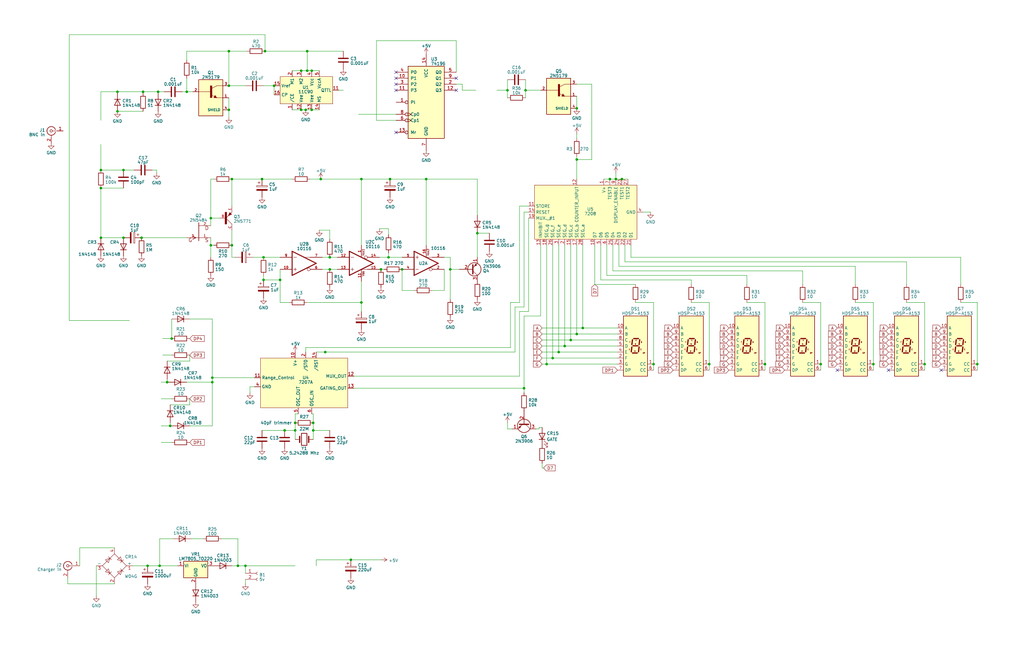
<source format=kicad_sch>
(kicad_sch (version 20230121) (generator eeschema)
  (paper "B")
  (junction (at 129.54 21.59))
  (junction (at 129.54 29.845))
  (junction (at 235.585 148.59))
  (junction (at 97.79 103.505))
  (junction (at 257.175 75.565))
  (junction (at 110.49 75.565))
  (junction (at 127 29.845))
  (junction (at 132.08 181.61))
  (junction (at 262.255 75.565))
  (junction (at 132.08 178.435))
  (junction (at 221.615 38.1))
  (junction (at 152.4 75.565))
  (junction (at 124.46 181.61))
  (junction (at 66.675 38.735))
  (junction (at 115.57 36.195))
  (junction (at 275.59 153.67))
  (junction (at 96.52 36.195))
  (junction (at 238.125 146.05))
  (junction (at 42.545 100.33))
  (junction (at 49.53 46.99))
  (junction (at 299.085 153.67))
  (junction (at 220.98 163.83))
  (junction (at 97.79 75.565))
  (junction (at 52.07 71.755))
  (junction (at 42.545 71.755))
  (junction (at 201.295 98.425))
  (junction (at 111.125 118.11))
  (junction (at 243.205 140.97))
  (junction (at 131.445 46.355))
  (junction (at 213.995 38.1))
  (junction (at 259.715 75.565))
  (junction (at 78.74 38.735))
  (junction (at 240.665 143.51))
  (junction (at 135.255 75.565))
  (junction (at 164.465 75.565))
  (junction (at 67.31 238.76))
  (junction (at 128.905 46.355))
  (junction (at 111.125 108.585))
  (junction (at 230.505 153.67))
  (junction (at 96.52 46.355))
  (junction (at 120.015 181.61))
  (junction (at 243.205 67.31))
  (junction (at 124.46 178.435))
  (junction (at 139.065 108.585))
  (junction (at 100.33 238.76))
  (junction (at 127 46.355))
  (junction (at 152.4 127.635))
  (junction (at 131.445 29.845))
  (junction (at 169.545 113.665))
  (junction (at 346.075 153.67))
  (junction (at 233.045 151.13))
  (junction (at 60.325 38.735))
  (junction (at 72.39 142.875))
  (junction (at 103.505 238.76))
  (junction (at 147.955 236.22))
  (junction (at 88.9 103.505))
  (junction (at 71.755 179.705))
  (junction (at 139.065 113.665))
  (junction (at 111.76 21.59))
  (junction (at 137.16 148.59))
  (junction (at 118.11 118.11))
  (junction (at 89.535 161.29))
  (junction (at 189.865 113.665))
  (junction (at 52.07 100.33))
  (junction (at 368.3 153.67))
  (junction (at 62.23 238.76))
  (junction (at 322.58 153.67))
  (junction (at 89.535 159.385))
  (junction (at 163.83 108.585))
  (junction (at 70.485 161.29))
  (junction (at 88.9 92.075))
  (junction (at 412.115 153.67))
  (junction (at 245.745 138.43))
  (junction (at 389.89 153.67))
  (junction (at 42.545 79.375))
  (junction (at 179.705 75.565))
  (junction (at 160.655 113.665))
  (junction (at 96.52 21.59))
  (junction (at 59.69 100.33))
  (junction (at 49.53 38.735))
  (junction (at 243.205 45.72))
  (no_connect (at 396.875 156.21))
  (no_connect (at 167.005 30.48))
  (no_connect (at 167.005 33.02))
  (no_connect (at 374.65 156.21))
  (no_connect (at 167.005 38.1))
  (no_connect (at 192.405 33.02))
  (no_connect (at 353.06 156.21))
  (no_connect (at 192.405 38.1))
  (no_connect (at 167.005 35.56))
  (no_connect (at 167.005 55.88))
  (wire (pts (xy 139.065 97.155) (xy 139.065 100.965)))
  (wire (pts (xy 222.885 92.075) (xy 222.885 131.445)))
  (wire (pts (xy 105.41 165.735) (xy 105.41 163.195)))
  (wire (pts (xy 71.755 170.815) (xy 80.01 170.815)))
  (wire (pts (xy 128.905 146.685) (xy 215.265 146.685)))
  (wire (pts (xy 71.755 179.705) (xy 71.755 178.435)))
  (wire (pts (xy 219.075 86.995) (xy 219.075 127.635)))
  (wire (pts (xy 130.81 75.565) (xy 135.255 75.565)))
  (wire (pts (xy 160.655 113.665) (xy 161.925 113.665)))
  (wire (pts (xy 215.265 127.635) (xy 215.265 146.685)))
  (wire (pts (xy 127 29.845) (xy 129.54 29.845)))
  (wire (pts (xy 412.115 153.67) (xy 412.115 156.21)))
  (wire (pts (xy 291.465 118.11) (xy 291.465 120.015)))
  (wire (pts (xy 97.79 108.585) (xy 97.79 103.505)))
  (wire (pts (xy 66.675 38.735) (xy 66.675 39.37)))
  (wire (pts (xy 412.115 127.635) (xy 412.115 153.67)))
  (wire (pts (xy 275.59 127.635) (xy 275.59 153.67)))
  (wire (pts (xy 243.205 66.04) (xy 243.205 67.31)))
  (wire (pts (xy 152.4 131.445) (xy 152.4 127.635)))
  (wire (pts (xy 360.68 112.395) (xy 360.68 120.015)))
  (wire (pts (xy 228.6 148.59) (xy 235.585 148.59)))
  (wire (pts (xy 227.33 180.34) (xy 228.6 180.34)))
  (wire (pts (xy 60.325 38.735) (xy 60.325 39.37)))
  (wire (pts (xy 152.4 75.565) (xy 152.4 103.505)))
  (wire (pts (xy 100.33 238.76) (xy 97.79 238.76)))
  (wire (pts (xy 40.64 238.76) (xy 40.64 251.46)))
  (wire (pts (xy 106.68 108.585) (xy 111.125 108.585)))
  (wire (pts (xy 89.535 134.62) (xy 80.01 134.62)))
  (wire (pts (xy 220.98 133.35) (xy 220.98 163.83)))
  (wire (pts (xy 118.11 127.635) (xy 121.92 127.635)))
  (wire (pts (xy 230.505 153.67) (xy 260.35 153.67)))
  (wire (pts (xy 194.945 35.56) (xy 194.945 38.1)))
  (wire (pts (xy 243.205 67.31) (xy 243.205 75.565)))
  (wire (pts (xy 243.205 40.64) (xy 243.205 45.72)))
  (wire (pts (xy 227.965 103.505) (xy 227.965 133.35)))
  (wire (pts (xy 243.205 67.31) (xy 249.555 67.31)))
  (wire (pts (xy 42.545 71.755) (xy 52.07 71.755)))
  (wire (pts (xy 105.41 163.195) (xy 107.315 163.195)))
  (wire (pts (xy 104.14 21.59) (xy 96.52 21.59)))
  (wire (pts (xy 389.89 153.67) (xy 389.89 156.21)))
  (wire (pts (xy 368.3 153.67) (xy 368.3 127.635)))
  (wire (pts (xy 160.02 108.585) (xy 163.83 108.585)))
  (wire (pts (xy 227.33 180.975) (xy 226.06 180.975)))
  (wire (pts (xy 189.865 126.365) (xy 189.865 113.665)))
  (wire (pts (xy 96.52 46.355) (xy 96.52 49.53)))
  (wire (pts (xy 275.59 153.67) (xy 275.59 156.21)))
  (wire (pts (xy 228.6 138.43) (xy 245.745 138.43)))
  (wire (pts (xy 219.075 127.635) (xy 215.265 127.635)))
  (wire (pts (xy 220.98 163.83) (xy 220.98 165.735)))
  (wire (pts (xy 49.53 38.735) (xy 42.545 38.735)))
  (wire (pts (xy 129.54 29.845) (xy 129.54 21.59)))
  (wire (pts (xy 67.945 168.275) (xy 72.39 168.275)))
  (wire (pts (xy 48.26 246.38) (xy 28.575 246.38)))
  (wire (pts (xy 129.54 127.635) (xy 152.4 127.635)))
  (wire (pts (xy 78.74 38.735) (xy 81.28 38.735)))
  (wire (pts (xy 133.35 236.22) (xy 133.35 238.76)))
  (wire (pts (xy 243.205 140.97) (xy 260.35 140.97)))
  (wire (pts (xy 322.58 127.635) (xy 314.96 127.635)))
  (wire (pts (xy 238.125 146.05) (xy 260.35 146.05)))
  (wire (pts (xy 123.19 75.565) (xy 110.49 75.565)))
  (wire (pts (xy 189.865 113.665) (xy 189.865 108.585)))
  (wire (pts (xy 111.125 108.585) (xy 118.11 108.585)))
  (wire (pts (xy 132.08 181.61) (xy 132.08 185.42)))
  (wire (pts (xy 103.505 238.76) (xy 100.33 238.76)))
  (wire (pts (xy 33.655 231.14) (xy 48.26 231.14)))
  (wire (pts (xy 201.295 98.425) (xy 206.375 98.425)))
  (wire (pts (xy 137.16 148.59) (xy 217.17 148.59)))
  (wire (pts (xy 152.4 127.635) (xy 152.4 118.745)))
  (wire (pts (xy 78.74 21.59) (xy 78.74 25.4)))
  (wire (pts (xy 42.545 38.735) (xy 42.545 50.8)))
  (wire (pts (xy 29.21 135.255) (xy 54.61 135.255)))
  (wire (pts (xy 135.89 113.665) (xy 139.065 113.665)))
  (wire (pts (xy 52.07 71.755) (xy 56.515 71.755)))
  (wire (pts (xy 88.9 75.565) (xy 90.17 75.565)))
  (wire (pts (xy 132.08 181.61) (xy 139.065 181.61)))
  (wire (pts (xy 110.49 181.61) (xy 120.015 181.61)))
  (wire (pts (xy 213.995 38.1) (xy 213.995 41.275)))
  (wire (pts (xy 96.52 41.275) (xy 96.52 46.355)))
  (wire (pts (xy 192.405 17.145) (xy 158.75 17.145)))
  (wire (pts (xy 228.6 143.51) (xy 240.665 143.51)))
  (wire (pts (xy 405.13 127.635) (xy 412.115 127.635)))
  (wire (pts (xy 135.89 108.585) (xy 139.065 108.585)))
  (wire (pts (xy 314.96 116.205) (xy 314.96 120.015)))
  (wire (pts (xy 120.015 181.61) (xy 124.46 181.61)))
  (wire (pts (xy 71.755 179.705) (xy 72.39 179.705)))
  (wire (pts (xy 96.52 21.59) (xy 78.74 21.59)))
  (wire (pts (xy 338.455 127.635) (xy 346.075 127.635)))
  (wire (pts (xy 67.31 238.76) (xy 67.31 227.33)))
  (wire (pts (xy 97.79 75.565) (xy 97.79 86.995)))
  (wire (pts (xy 258.445 103.505) (xy 258.445 114.3)))
  (wire (pts (xy 389.89 127.635) (xy 389.89 153.67)))
  (wire (pts (xy 228.6 197.485) (xy 228.6 195.58)))
  (wire (pts (xy 149.225 158.75) (xy 219.075 158.75)))
  (wire (pts (xy 255.905 103.505) (xy 255.905 116.205)))
  (wire (pts (xy 163.83 96.52) (xy 160.02 96.52)))
  (wire (pts (xy 88.9 100.33) (xy 88.9 103.505)))
  (wire (pts (xy 322.58 153.67) (xy 322.58 127.635)))
  (wire (pts (xy 66.04 73.025) (xy 66.04 71.755)))
  (wire (pts (xy 169.545 122.555) (xy 174.625 122.555)))
  (wire (pts (xy 89.535 159.385) (xy 107.315 159.385)))
  (wire (pts (xy 201.295 90.805) (xy 201.295 75.565)))
  (wire (pts (xy 267.97 127.635) (xy 275.59 127.635)))
  (wire (pts (xy 42.545 79.375) (xy 52.07 79.375)))
  (wire (pts (xy 28.575 246.38) (xy 28.575 243.84)))
  (wire (pts (xy 97.79 97.155) (xy 97.79 103.505)))
  (wire (pts (xy 217.17 129.54) (xy 217.17 148.59)))
  (wire (pts (xy 96.52 21.59) (xy 96.52 36.195)))
  (wire (pts (xy 76.835 38.735) (xy 78.74 38.735)))
  (wire (pts (xy 228.6 146.05) (xy 238.125 146.05)))
  (wire (pts (xy 49.53 46.99) (xy 60.325 46.99)))
  (wire (pts (xy 42.545 100.33) (xy 52.07 100.33)))
  (wire (pts (xy 219.075 131.445) (xy 219.075 158.75)))
  (wire (pts (xy 139.065 113.665) (xy 142.24 113.665)))
  (wire (pts (xy 368.3 127.635) (xy 360.68 127.635)))
  (wire (pts (xy 221.615 38.1) (xy 221.615 41.275)))
  (wire (pts (xy 262.255 75.565) (xy 264.795 75.565)))
  (wire (pts (xy 257.175 75.565) (xy 259.715 75.565)))
  (wire (pts (xy 89.535 179.705) (xy 89.535 161.29)))
  (wire (pts (xy 222.885 86.995) (xy 219.075 86.995)))
  (wire (pts (xy 299.085 153.67) (xy 299.085 156.21)))
  (wire (pts (xy 80.01 149.86) (xy 80.01 152.4)))
  (wire (pts (xy 88.9 92.075) (xy 92.71 92.075)))
  (wire (pts (xy 259.715 73.025) (xy 259.715 75.565)))
  (wire (pts (xy 228.6 140.97) (xy 243.205 140.97)))
  (wire (pts (xy 139.065 108.585) (xy 142.24 108.585)))
  (wire (pts (xy 64.135 71.755) (xy 66.04 71.755)))
  (wire (pts (xy 192.405 35.56) (xy 194.945 35.56)))
  (wire (pts (xy 33.655 238.76) (xy 33.655 231.14)))
  (wire (pts (xy 201.295 108.585) (xy 201.295 98.425)))
  (wire (pts (xy 96.52 36.195) (xy 103.505 36.195)))
  (wire (pts (xy 70.485 161.29) (xy 71.12 161.29)))
  (wire (pts (xy 220.98 129.54) (xy 217.17 129.54)))
  (wire (pts (xy 67.945 186.69) (xy 72.39 186.69)))
  (wire (pts (xy 346.075 127.635) (xy 346.075 153.67)))
  (wire (pts (xy 111.76 21.59) (xy 129.54 21.59)))
  (wire (pts (xy 67.945 179.705) (xy 71.755 179.705)))
  (wire (pts (xy 103.505 238.76) (xy 124.46 238.76)))
  (wire (pts (xy 70.485 152.4) (xy 80.01 152.4)))
  (wire (pts (xy 238.125 103.505) (xy 238.125 146.05)))
  (wire (pts (xy 99.06 108.585) (xy 97.79 108.585)))
  (wire (pts (xy 249.555 35.56) (xy 243.205 35.56)))
  (wire (pts (xy 135.255 75.565) (xy 152.4 75.565)))
  (wire (pts (xy 151.13 48.26) (xy 167.005 48.26)))
  (wire (pts (xy 169.545 113.665) (xy 169.545 122.555)))
  (wire (pts (xy 67.31 227.33) (xy 73.025 227.33)))
  (wire (pts (xy 80.01 170.815) (xy 80.01 168.275)))
  (wire (pts (xy 80.01 179.705) (xy 89.535 179.705)))
  (wire (pts (xy 240.665 143.51) (xy 260.35 143.51)))
  (wire (pts (xy 221.615 38.1) (xy 227.965 38.1)))
  (wire (pts (xy 346.075 153.67) (xy 346.075 156.21)))
  (wire (pts (xy 49.53 38.735) (xy 60.325 38.735)))
  (wire (pts (xy 259.715 75.565) (xy 262.255 75.565)))
  (wire (pts (xy 115.57 36.195) (xy 115.57 40.005)))
  (wire (pts (xy 129.54 21.59) (xy 144.78 21.59)))
  (wire (pts (xy 299.085 127.635) (xy 291.465 127.635)))
  (wire (pts (xy 93.345 227.33) (xy 100.33 227.33)))
  (wire (pts (xy 134.62 97.155) (xy 139.065 97.155)))
  (wire (pts (xy 253.365 118.11) (xy 291.465 118.11)))
  (wire (pts (xy 158.75 17.145) (xy 158.75 50.8)))
  (wire (pts (xy 163.83 106.68) (xy 163.83 108.585)))
  (wire (pts (xy 147.955 236.22) (xy 133.35 236.22)))
  (wire (pts (xy 78.74 161.29) (xy 89.535 161.29)))
  (wire (pts (xy 229.235 197.485) (xy 228.6 197.485)))
  (wire (pts (xy 227.33 180.34) (xy 227.33 180.975)))
  (wire (pts (xy 100.33 227.33) (xy 100.33 238.76)))
  (wire (pts (xy 233.045 103.505) (xy 233.045 151.13)))
  (wire (pts (xy 258.445 114.3) (xy 338.455 114.3)))
  (wire (pts (xy 179.705 75.565) (xy 201.295 75.565)))
  (wire (pts (xy 163.83 108.585) (xy 169.545 108.585)))
  (wire (pts (xy 163.83 99.06) (xy 163.83 96.52)))
  (wire (pts (xy 127 46.355) (xy 128.905 46.355)))
  (wire (pts (xy 209.55 38.1) (xy 213.995 38.1)))
  (wire (pts (xy 129.54 29.845) (xy 131.445 29.845)))
  (wire (pts (xy 78.74 33.02) (xy 78.74 38.735)))
  (wire (pts (xy 250.825 103.505) (xy 250.825 120.015)))
  (wire (pts (xy 123.19 29.845) (xy 127 29.845)))
  (wire (pts (xy 49.53 39.37) (xy 49.53 38.735)))
  (wire (pts (xy 271.145 89.535) (xy 274.32 89.535)))
  (wire (pts (xy 103.505 241.935) (xy 103.505 238.76)))
  (wire (pts (xy 322.58 153.67) (xy 322.58 156.21)))
  (wire (pts (xy 131.445 29.845) (xy 134.62 29.845)))
  (wire (pts (xy 70.485 160.02) (xy 70.485 161.29)))
  (wire (pts (xy 111.125 116.205) (xy 111.125 118.11)))
  (wire (pts (xy 42.545 60.96) (xy 42.545 71.755)))
  (wire (pts (xy 133.35 148.59) (xy 137.16 148.59)))
  (wire (pts (xy 179.705 103.505) (xy 179.705 75.565)))
  (wire (pts (xy 123.19 46.355) (xy 127 46.355)))
  (wire (pts (xy 142.875 38.1) (xy 144.78 38.1)))
  (wire (pts (xy 253.365 103.505) (xy 253.365 118.11)))
  (wire (pts (xy 132.08 178.435) (xy 132.08 181.61)))
  (wire (pts (xy 118.11 118.11) (xy 118.11 127.635)))
  (wire (pts (xy 111.125 36.195) (xy 115.57 36.195)))
  (wire (pts (xy 233.045 151.13) (xy 260.35 151.13)))
  (wire (pts (xy 128.905 146.685) (xy 128.905 148.59)))
  (wire (pts (xy 228.6 151.13) (xy 233.045 151.13)))
  (wire (pts (xy 266.065 103.505) (xy 266.065 108.585)))
  (wire (pts (xy 88.9 92.075) (xy 88.9 95.25)))
  (wire (pts (xy 228.6 153.67) (xy 230.505 153.67)))
  (wire (pts (xy 260.985 112.395) (xy 360.68 112.395)))
  (wire (pts (xy 111.76 14.605) (xy 111.76 21.59)))
  (wire (pts (xy 299.085 153.67) (xy 299.085 127.635)))
  (wire (pts (xy 368.3 153.67) (xy 368.3 156.21)))
  (wire (pts (xy 89.535 159.385) (xy 89.535 134.62)))
  (wire (pts (xy 187.325 113.665) (xy 187.325 122.555)))
  (wire (pts (xy 131.445 46.355) (xy 134.62 46.355)))
  (wire (pts (xy 164.465 75.565) (xy 179.705 75.565)))
  (wire (pts (xy 235.585 103.505) (xy 235.585 148.59)))
  (wire (pts (xy 213.995 33.655) (xy 213.995 38.1)))
  (wire (pts (xy 72.39 134.62) (xy 72.39 142.875)))
  (wire (pts (xy 243.205 103.505) (xy 243.205 140.97)))
  (wire (pts (xy 67.31 238.76) (xy 62.23 238.76)))
  (wire (pts (xy 66.675 38.735) (xy 69.215 38.735)))
  (wire (pts (xy 60.325 38.735) (xy 66.675 38.735)))
  (wire (pts (xy 149.225 163.83) (xy 220.98 163.83)))
  (wire (pts (xy 255.905 116.205) (xy 314.96 116.205)))
  (wire (pts (xy 192.405 30.48) (xy 192.405 17.145)))
  (wire (pts (xy 187.325 122.555) (xy 182.245 122.555)))
  (wire (pts (xy 250.825 120.015) (xy 267.97 120.015)))
  (wire (pts (xy 42.545 79.375) (xy 42.545 100.33)))
  (wire (pts (xy 118.11 113.665) (xy 118.11 118.11)))
  (wire (pts (xy 124.46 181.61) (xy 124.46 185.42)))
  (wire (pts (xy 189.865 108.585) (xy 187.325 108.585)))
  (wire (pts (xy 68.58 142.875) (xy 72.39 142.875)))
  (wire (pts (xy 88.9 75.565) (xy 88.9 92.075)))
  (wire (pts (xy 68.58 149.86) (xy 72.39 149.86)))
  (wire (pts (xy 189.865 113.665) (xy 193.675 113.665)))
  (wire (pts (xy 194.945 38.1) (xy 200.66 38.1)))
  (wire (pts (xy 128.905 46.355) (xy 131.445 46.355)))
  (wire (pts (xy 263.525 103.505) (xy 263.525 110.49)))
  (wire (pts (xy 227.965 133.35) (xy 220.98 133.35)))
  (wire (pts (xy 158.75 50.8) (xy 167.005 50.8)))
  (wire (pts (xy 260.985 103.505) (xy 260.985 112.395)))
  (wire (pts (xy 80.645 227.33) (xy 85.725 227.33)))
  (wire (pts (xy 263.525 110.49) (xy 382.27 110.49)))
  (wire (pts (xy 89.535 161.29) (xy 89.535 159.385)))
  (wire (pts (xy 131.445 174.625) (xy 132.08 174.625)))
  (wire (pts (xy 249.555 35.56) (xy 249.555 67.31)))
  (wire (pts (xy 74.93 238.76) (xy 67.31 238.76)))
  (wire (pts (xy 62.23 238.76) (xy 55.88 238.76)))
  (wire (pts (xy 29.21 14.605) (xy 111.76 14.605)))
  (wire (pts (xy 235.585 148.59) (xy 260.35 148.59)))
  (wire (pts (xy 230.505 103.505) (xy 230.505 153.67)))
  (wire (pts (xy 103.505 244.475) (xy 103.505 246.38)))
  (wire (pts (xy 110.49 75.565) (xy 97.79 75.565)))
  (wire (pts (xy 220.98 89.535) (xy 220.98 129.54)))
  (wire (pts (xy 221.615 33.655) (xy 221.615 38.1)))
  (wire (pts (xy 59.69 100.33) (xy 78.74 100.33)))
  (wire (pts (xy 240.665 103.505) (xy 240.665 143.51)))
  (wire (pts (xy 405.13 108.585) (xy 405.13 120.015)))
  (wire (pts (xy 382.27 110.49) (xy 382.27 120.015)))
  (wire (pts (xy 67.945 161.29) (xy 70.485 161.29)))
  (wire (pts (xy 222.885 131.445) (xy 219.075 131.445)))
  (wire (pts (xy 254.635 75.565) (xy 257.175 75.565)))
  (wire (pts (xy 111.125 118.11) (xy 118.11 118.11)))
  (wire (pts (xy 88.9 103.505) (xy 90.17 103.505)))
  (wire (pts (xy 147.955 236.22) (xy 160.655 236.22)))
  (wire (pts (xy 152.4 75.565) (xy 164.465 75.565)))
  (wire (pts (xy 125.73 174.625) (xy 124.46 174.625)))
  (wire (pts (xy 245.745 138.43) (xy 260.35 138.43)))
  (wire (pts (xy 213.995 178.435) (xy 213.995 180.975)))
  (wire (pts (xy 266.065 108.585) (xy 405.13 108.585)))
  (wire (pts (xy 338.455 114.3) (xy 338.455 120.015)))
  (wire (pts (xy 160.02 113.665) (xy 160.655 113.665)))
  (wire (pts (xy 29.21 14.605) (xy 29.21 135.255)))
  (wire (pts (xy 382.27 127.635) (xy 389.89 127.635)))
  (wire (pts (xy 132.08 174.625) (xy 132.08 178.435)))
  (wire (pts (xy 245.745 103.505) (xy 245.745 138.43)))
  (wire (pts (xy 222.885 89.535) (xy 220.98 89.535)))
  (wire (pts (xy 124.46 174.625) (xy 124.46 178.435)))
  (wire (pts (xy 243.205 56.515) (xy 243.205 58.42)))
  (wire (pts (xy 213.995 180.975) (xy 215.9 180.975)))
  (wire (pts (xy 88.9 103.505) (xy 88.9 108.585)))
  (wire (pts (xy 124.46 178.435) (xy 124.46 181.61)))
  (global_label "C" (shape input) (at 228.6 143.51 180) (property "Intersheetrefs" "${INTERSHEET_REFS}" (effects hide)))
  (global_label "D7" (shape input) (at 229.235 197.485 0) (property "Intersheetrefs" "${INTERSHEET_REFS}" (effects hide)))
  (global_label "D" (shape input) (at 396.875 146.05 180) (property "Intersheetrefs" "${INTERSHEET_REFS}" (effects hide)))
  (global_label "D" (shape input) (at 307.34 146.05 180) (property "Intersheetrefs" "${INTERSHEET_REFS}" (effects hide)))
  (global_label "F" (shape input) (at 307.34 151.13 180) (property "Intersheetrefs" "${INTERSHEET_REFS}" (effects hide)))
  (global_label "E" (shape input) (at 330.835 148.59 180) (property "Intersheetrefs" "${INTERSHEET_REFS}" (effects hide)))
  (global_label "C" (shape input) (at 396.875 143.51 180) (property "Intersheetrefs" "${INTERSHEET_REFS}" (effects hide)))
  (global_label "E" (shape input) (at 396.875 148.59 180) (property "Intersheetrefs" "${INTERSHEET_REFS}" (effects hide)))
  (global_label "A" (shape input) (at 307.34 138.43 180) (property "Intersheetrefs" "${INTERSHEET_REFS}" (effects hide)))
  (global_label "A" (shape input) (at 330.835 138.43 180) (property "Intersheetrefs" "${INTERSHEET_REFS}" (effects hide)))
  (global_label "F" (shape input) (at 228.6 151.13 180) (property "Intersheetrefs" "${INTERSHEET_REFS}" (effects hide)))
  (global_label "B" (shape input) (at 353.06 140.97 180) (property "Intersheetrefs" "${INTERSHEET_REFS}" (effects hide)))
  (global_label "C" (shape input) (at 307.34 143.51 180) (property "Intersheetrefs" "${INTERSHEET_REFS}" (effects hide)))
  (global_label "A" (shape input) (at 374.65 138.43 180) (property "Intersheetrefs" "${INTERSHEET_REFS}" (effects hide)))
  (global_label "D" (shape input) (at 283.845 146.05 180) (property "Intersheetrefs" "${INTERSHEET_REFS}" (effects hide)))
  (global_label "B" (shape input) (at 330.835 140.97 180) (property "Intersheetrefs" "${INTERSHEET_REFS}" (effects hide)))
  (global_label "D7" (shape input) (at 250.825 120.015 270) (property "Intersheetrefs" "${INTERSHEET_REFS}" (effects hide)))
  (global_label "F" (shape input) (at 353.06 151.13 180) (property "Intersheetrefs" "${INTERSHEET_REFS}" (effects hide)))
  (global_label "A" (shape input) (at 353.06 138.43 180) (property "Intersheetrefs" "${INTERSHEET_REFS}" (effects hide)))
  (global_label "C" (shape input) (at 330.835 143.51 180) (property "Intersheetrefs" "${INTERSHEET_REFS}" (effects hide)))
  (global_label "G" (shape input) (at 396.875 153.67 180) (property "Intersheetrefs" "${INTERSHEET_REFS}" (effects hide)))
  (global_label "A" (shape input) (at 283.845 138.43 180) (property "Intersheetrefs" "${INTERSHEET_REFS}" (effects hide)))
  (global_label "C" (shape input) (at 374.65 143.51 180) (property "Intersheetrefs" "${INTERSHEET_REFS}" (effects hide)))
  (global_label "E" (shape input) (at 353.06 148.59 180) (property "Intersheetrefs" "${INTERSHEET_REFS}" (effects hide)))
  (global_label "DP4" (shape input) (at 80.01 142.875 0) (property "Intersheetrefs" "${INTERSHEET_REFS}" (effects hide)))
  (global_label "B" (shape input) (at 228.6 140.97 180) (property "Intersheetrefs" "${INTERSHEET_REFS}" (effects hide)))
  (global_label "DP1" (shape input) (at 80.01 186.69 0) (property "Intersheetrefs" "${INTERSHEET_REFS}" (effects hide)))
  (global_label "C" (shape input) (at 353.06 143.51 180) (property "Intersheetrefs" "${INTERSHEET_REFS}" (effects hide)))
  (global_label "A" (shape input) (at 396.875 138.43 180) (property "Intersheetrefs" "${INTERSHEET_REFS}" (effects hide)))
  (global_label "F" (shape input) (at 396.875 151.13 180) (property "Intersheetrefs" "${INTERSHEET_REFS}" (effects hide)))
  (global_label "F" (shape input) (at 330.835 151.13 180) (property "Intersheetrefs" "${INTERSHEET_REFS}" (effects hide)))
  (global_label "D" (shape input) (at 374.65 146.05 180) (property "Intersheetrefs" "${INTERSHEET_REFS}" (effects hide)))
  (global_label "B" (shape input) (at 396.875 140.97 180) (property "Intersheetrefs" "${INTERSHEET_REFS}" (effects hide)))
  (global_label "G" (shape input) (at 307.34 153.67 180) (property "Intersheetrefs" "${INTERSHEET_REFS}" (effects hide)))
  (global_label "E" (shape input) (at 283.845 148.59 180) (property "Intersheetrefs" "${INTERSHEET_REFS}" (effects hide)))
  (global_label "E" (shape input) (at 307.34 148.59 180) (property "Intersheetrefs" "${INTERSHEET_REFS}" (effects hide)))
  (global_label "G" (shape input) (at 283.845 153.67 180) (property "Intersheetrefs" "${INTERSHEET_REFS}" (effects hide)))
  (global_label "F" (shape input) (at 283.845 151.13 180) (property "Intersheetrefs" "${INTERSHEET_REFS}" (effects hide)))
  (global_label "C" (shape input) (at 283.845 143.51 180) (property "Intersheetrefs" "${INTERSHEET_REFS}" (effects hide)))
  (global_label "B" (shape input) (at 374.65 140.97 180) (property "Intersheetrefs" "${INTERSHEET_REFS}" (effects hide)))
  (global_label "G" (shape input) (at 228.6 153.67 180) (property "Intersheetrefs" "${INTERSHEET_REFS}" (effects hide)))
  (global_label "DP1" (shape input) (at 260.35 156.21 180) (property "Intersheetrefs" "${INTERSHEET_REFS}" (effects hide)))
  (global_label "F" (shape input) (at 374.65 151.13 180) (property "Intersheetrefs" "${INTERSHEET_REFS}" (effects hide)))
  (global_label "A" (shape input) (at 228.6 138.43 180) (property "Intersheetrefs" "${INTERSHEET_REFS}" (effects hide)))
  (global_label "DP2" (shape input) (at 283.845 156.21 180) (property "Intersheetrefs" "${INTERSHEET_REFS}" (effects hide)))
  (global_label "D" (shape input) (at 330.835 146.05 180) (property "Intersheetrefs" "${INTERSHEET_REFS}" (effects hide)))
  (global_label "DP2" (shape input) (at 80.01 168.275 0) (property "Intersheetrefs" "${INTERSHEET_REFS}" (effects hide)))
  (global_label "D" (shape input) (at 228.6 146.05 180) (property "Intersheetrefs" "${INTERSHEET_REFS}" (effects hide)))
  (global_label "E" (shape input) (at 228.6 148.59 180) (property "Intersheetrefs" "${INTERSHEET_REFS}" (effects hide)))
  (global_label "B" (shape input) (at 307.34 140.97 180) (property "Intersheetrefs" "${INTERSHEET_REFS}" (effects hide)))
  (global_label "G" (shape input) (at 330.835 153.67 180) (property "Intersheetrefs" "${INTERSHEET_REFS}" (effects hide)))
  (global_label "E" (shape input) (at 374.65 148.59 180) (property "Intersheetrefs" "${INTERSHEET_REFS}" (effects hide)))
  (global_label "B" (shape input) (at 283.845 140.97 180) (property "Intersheetrefs" "${INTERSHEET_REFS}" (effects hide)))
  (global_label "DP3" (shape input) (at 307.34 156.21 180) (property "Intersheetrefs" "${INTERSHEET_REFS}" (effects hide)))
  (global_label "D" (shape input) (at 353.06 146.05 180) (property "Intersheetrefs" "${INTERSHEET_REFS}" (effects hide)))
  (global_label "DP3" (shape input) (at 80.01 149.86 0) (property "Intersheetrefs" "${INTERSHEET_REFS}" (effects hide)))
  (global_label "DP4" (shape input) (at 330.835 156.21 180) (property "Intersheetrefs" "${INTERSHEET_REFS}" (effects hide)))
  (global_label "G" (shape input) (at 353.06 153.67 180) (property "Intersheetrefs" "${INTERSHEET_REFS}" (effects hide)))
  (global_label "G" (shape input) (at 374.65 153.67 180) (property "Intersheetrefs" "${INTERSHEET_REFS}" (effects hide)))
  (symbol (lib_id "power:+5V") (at 135.255 75.565 0) (unit 1)
    (property "Reference" "#PWR017" (effects hide))
    (property "Value" "+5V" (at 135.255 72.0631 0))
  )
  (symbol (lib_id "Evan's parts:2N5484") (at 83.82 97.79 0) (unit 1)
    (property "Reference" "Q2" (at 83.7152 90.9701 0))
    (property "Value" "2N5484" (at 83.7152 92.8911 0))
    (property "Footprint" "Package_TO_SOT_THT:TO-92_Wide" (effects hide))
    (property "PARTREV" "December, 2018" (effects hide))
    (property "STANDARD" "IPC 7351B" (effects hide))
    (property "MAXIMUM_PACKAGE_HEIGHT" "4.83 mm" (effects hide))
    (property "MANUFACTURER" "InterFET" (effects hide))
  )
  (symbol (lib_id "power:GND") (at 147.955 243.84 0) (unit 1)
    (property "Reference" "#PWR040" (effects hide))
    (property "Value" "GND" (at 147.955 247.9755 0))
  )
  (symbol (lib_id "Evan's parts:2N5179") (at 235.585 40.64 0) (unit 1)
    (property "Reference" "Q5" (at 235.585 30.0101 0))
    (property "Value" "2N5179" (at 235.585 31.9311 0))
    (property "Footprint" "Package_TO_SOT_THT:TO-92_Wide" (effects hide))
    (property "PARTREV" "N/A" (effects hide))
    (property "STANDARD" "IPC 7351B" (effects hide))
    (property "MAXIMUM_PACKAGE_HEIGHT" "5.33 mm" (effects hide))
    (property "MANUFACTURER" "Microchip/Microsemi/Advanced Power Technology" (effects hide))
  )
  (symbol (lib_id "Device:R") (at 338.455 123.825 0) (unit 1) (on_board no)
    (property "Reference" "R32" (at 340.233 123.1813 0) (effects (justify left)))
    (property "Value" "10" (at 340.233 125.1023 0) (effects (justify left)))
  )
  (symbol (lib_id "power:GND") (at 62.23 246.38 0) (unit 1)
    (property "Reference" "#PWR036" (effects hide))
    (property "Value" "GND" (at 62.23 250.5155 0))
  )
  (symbol (lib_id "power:GND") (at 128.905 46.355 0) (unit 1)
    (property "Reference" "#PWR026" (effects hide))
    (property "Value" "GND" (at 128.905 50.4905 0))
  )
  (symbol (lib_id "Device:C_Polarized") (at 152.4 135.255 0) (unit 1)
    (property "Reference" "C8" (at 155.321 133.7223 0) (effects (justify left)))
    (property "Value" "1uF" (at 155.321 135.6433 0) (effects (justify left)))
    (property "Footprint" "Capacitor_THT:CP_Radial_Tantal_D4.5mm_P2.50mm" (effects hide))
  )
  (symbol (lib_id "Device:C") (at 139.065 185.42 0) (unit 1)
    (property "Reference" "C14" (at 141.986 184.7763 0) (effects (justify left)))
    (property "Value" "22pF" (at 141.986 186.6973 0) (effects (justify left)))
    (property "Footprint" "Capacitor_THT:C_Disc_D4.7mm_W2.5mm_P5.00mm" (effects hide))
  )
  (symbol (lib_id "Display_Character:HDSP-A153") (at 267.97 146.05 0) (unit 1) (on_board no)
    (property "Reference" "DS1" (at 267.97 130.3401 0))
    (property "Value" "HDSP-A153" (at 267.97 132.2611 0))
    (property "Footprint" "Display_7Segment:HDSP-A151" (effects hide))
    (property "Datasheet" "https://docs.broadcom.com/docs/AV02-2553EN" (effects hide))
  )
  (symbol (lib_id "power:GND") (at 110.49 189.23 0) (unit 1)
    (property "Reference" "#PWR034" (effects hide))
    (property "Value" "GND" (at 110.49 193.3655 0))
  )
  (symbol (lib_id "Device:R") (at 107.95 21.59 270) (unit 1)
    (property "Reference" "R2" (at 107.95 17.5641 90))
    (property "Value" "470" (at 107.95 19.4851 90))
    (property "Footprint" "Resistor_THT:R_Axial_DIN0207_L6.3mm_D2.5mm_P5.08mm_Vertical" (effects hide))
  )
  (symbol (lib_id "Device:R") (at 314.96 123.825 0) (unit 1) (on_board no)
    (property "Reference" "R31" (at 316.738 123.1813 0) (effects (justify left)))
    (property "Value" "10" (at 316.738 125.1023 0) (effects (justify left)))
  )
  (symbol (lib_id "power:GND") (at 160.655 121.285 0) (unit 1)
    (property "Reference" "#PWR010" (effects hide))
    (property "Value" "GND" (at 160.655 125.4205 0))
  )
  (symbol (lib_id "power:GND") (at 49.53 46.99 0) (unit 1)
    (property "Reference" "#PWR028" (effects hide))
    (property "Value" "GND" (at 49.53 51.1255 0))
  )
  (symbol (lib_id "Device:C") (at 120.015 185.42 0) (unit 1)
    (property "Reference" "C13" (at 113.665 184.785 0) (effects (justify left)))
    (property "Value" "40pF trimmer" (at 109.855 178.435 0) (effects (justify left)))
    (property "Footprint" "Capacitor_THT:C_Radial_D16.0mm_H25.0mm_P7.50mm" (effects hide))
  )
  (symbol (lib_id "Device:R") (at 88.9 112.395 0) (unit 1)
    (property "Reference" "R9" (at 90.678 111.7513 0) (effects (justify left)))
    (property "Value" "150" (at 90.678 113.6723 0) (effects (justify left)))
  )
  (symbol (lib_id "power:GND") (at 40.64 251.46 0) (unit 1)
    (property "Reference" "#PWR035" (effects hide))
    (property "Value" "GND" (at 40.64 255.5955 0))
  )
  (symbol (lib_id "Device:R") (at 189.865 130.175 0) (unit 1)
    (property "Reference" "R19" (at 191.643 129.5313 0) (effects (justify left)))
    (property "Value" "270" (at 191.643 131.4523 0) (effects (justify left)))
    (property "Footprint" "Resistor_THT:R_Axial_DIN0207_L6.3mm_D2.5mm_P2.54mm_Vertical" (effects hide))
  )
  (symbol (lib_id "Diode:1N4148") (at 42.545 104.14 270) (unit 1)
    (property "Reference" "CR3" (at 36.83 102.235 90) (effects (justify left)))
    (property "Value" "1N4148" (at 33.02 107.315 90) (effects (justify left)))
    (property "Footprint" "Diode_THT:D_DO-41_SOD81_P2.54mm_Vertical_KathodeUp" (effects hide))
    (property "Datasheet" "https://assets.nexperia.com/documents/data-sheet/1N4148_1N4448.pdf" (effects hide))
    (property "Sim.Device" "D" (effects hide))
    (property "Sim.Pins" "1=K 2=A" (effects hide))
  )
  (symbol (lib_id "Evan's parts:11C90") (at 128.905 38.1 0) (unit 1)
    (property "Reference" "U1" (at 128.905 36.83 0))
    (property "Value" "11C90" (at 128.905 38.735 0))
    (property "Footprint" "Package_DIP:DIP-16_W7.62mm" (effects hide))
  )
  (symbol (lib_id "Device:R") (at 217.805 41.275 90) (unit 1)
    (property "Reference" "R36" (at 217.805 37.2491 90))
    (property "Value" "10k" (at 217.805 39.1701 90))
    (property "Footprint" "Resistor_THT:R_Axial_DIN0207_L6.3mm_D2.5mm_P5.08mm_Vertical" (effects hide))
  )
  (symbol (lib_id "Regulator_Linear:LM7805_TO220") (at 82.55 238.76 0) (unit 1)
    (property "Reference" "VR1" (at 82.55 233.8451 0))
    (property "Value" "LM7805_TO220" (at 82.55 235.7661 0))
    (property "Footprint" "Package_TO_SOT_THT:TO-220-3_Horizontal_TabDown" (effects hide))
    (property "Datasheet" "https://www.onsemi.cn/PowerSolutions/document/MC7800-D.PDF" (effects hide))
  )
  (symbol (lib_id "Connector:Conn_01x02_Socket") (at 108.585 241.935 0) (unit 1)
    (property "Reference" "B1" (at 109.2962 242.5613 0) (effects (justify left)))
    (property "Value" "5v" (at 109.2962 244.4823 0) (effects (justify left)))
    (property "Footprint" "TerminalBlock:TerminalBlock_Wuerth_691311400102_P7.62mm" (effects hide))
  )
  (symbol (lib_id "power:+5V") (at 179.705 22.86 0) (unit 1)
    (property "Reference" "#PWR06" (effects hide))
    (property "Value" "+5V" (at 179.705 19.3581 0))
  )
  (symbol (lib_id "Device:R") (at 76.2 186.69 90) (unit 1) (on_board no)
    (property "Reference" "R24" (at 76.2 182.6641 90))
    (property "Value" "10" (at 76.2 184.5851 90))
  )
  (symbol (lib_id "Display_Character:HDSP-A153") (at 404.495 146.05 0) (unit 1) (on_board no)
    (property "Reference" "DS7" (at 404.495 130.3401 0))
    (property "Value" "HDSP-A153" (at 404.495 132.2611 0))
    (property "Footprint" "Display_7Segment:HDSP-A151" (effects hide))
    (property "Datasheet" "https://docs.broadcom.com/docs/AV02-2553EN" (effects hide))
  )
  (symbol (lib_id "Diode:1N4148") (at 201.295 94.615 90) (unit 1)
    (property "Reference" "CR5" (at 203.327 93.9713 90) (effects (justify right)))
    (property "Value" "1N4148" (at 203.327 95.8923 90) (effects (justify right)))
    (property "Footprint" "Diode_THT:D_DO-41_SOD81_P2.54mm_Vertical_KathodeUp" (effects hide))
    (property "Datasheet" "https://assets.nexperia.com/documents/data-sheet/1N4148_1N4448.pdf" (effects hide))
    (property "Sim.Device" "D" (effects hide))
    (property "Sim.Pins" "1=K 2=A" (effects hide))
  )
  (symbol (lib_id "Display_Character:HDSP-A153") (at 360.68 146.05 0) (unit 1) (on_board no)
    (property "Reference" "DS5" (at 360.68 130.3401 0))
    (property "Value" "HDSP-A153" (at 360.68 132.2611 0))
    (property "Footprint" "Display_7Segment:HDSP-A151" (effects hide))
    (property "Datasheet" "https://docs.broadcom.com/docs/AV02-2553EN" (effects hide))
  )
  (symbol (lib_id "Display_Character:HDSP-A153") (at 338.455 146.05 0) (unit 1) (on_board no)
    (property "Reference" "DS4" (at 338.455 130.3401 0))
    (property "Value" "HDSP-A153" (at 338.455 132.2611 0))
    (property "Footprint" "Display_7Segment:HDSP-A151" (effects hide))
    (property "Datasheet" "https://docs.broadcom.com/docs/AV02-2553EN" (effects hide))
  )
  (symbol (lib_id "power:GND") (at 139.065 189.23 0) (unit 1)
    (property "Reference" "#PWR032" (effects hide))
    (property "Value" "GND" (at 139.065 193.3655 0))
  )
  (symbol (lib_id "Evan's parts:10116 ECL Amplifier IC") (at 152.4 111.125 0) (unit 3)
    (property "Reference" "U2" (at 154.0511 102.1114 0) (effects (justify left)))
    (property "Value" "10116" (at 154.0511 104.0324 0) (effects (justify left)))
    (property "Footprint" "Package_DIP:DIP-16_W7.62mm" (effects hide))
    (property "PARTREV" "D" (effects hide))
    (property "MAXIMUM_PACKAGE_HEIGHT" "5.08mm" (effects hide))
    (property "MANUFACTURER" "Texas Instruments" (effects hide))
  )
  (symbol (lib_id "power:GND") (at 52.07 107.95 0) (unit 1)
    (property "Reference" "#PWR020" (effects hide))
    (property "Value" "GND" (at 52.07 112.0855 0))
  )
  (symbol (lib_id "Device:C") (at 73.025 38.735 90) (unit 1)
    (property "Reference" "C1" (at 73.025 33.5661 90))
    (property "Value" "0.001uF" (at 73.025 35.4871 90))
    (property "Footprint" "Capacitor_THT:C_Disc_D4.7mm_W2.5mm_P5.00mm" (effects hide))
  )
  (symbol (lib_id "power:GND") (at 201.295 126.365 0) (unit 1)
    (property "Reference" "#PWR07" (effects hide))
    (property "Value" "GND" (at 201.295 130.5005 0))
  )
  (symbol (lib_id "Device:C") (at 144.78 25.4 0) (unit 1)
    (property "Reference" "C3" (at 147.701 24.7563 0) (effects (justify left)))
    (property "Value" "0.001uF" (at 147.701 26.6773 0) (effects (justify left)))
    (property "Footprint" "Capacitor_THT:C_Disc_D4.7mm_W2.5mm_P5.00mm" (effects hide))
  )
  (symbol (lib_id "power:GND") (at 105.41 165.735 0) (unit 1)
    (property "Reference" "#PWR031" (effects hide))
    (property "Value" "GND" (at 105.41 169.8705 0))
  )
  (symbol (lib_id "Connector:Conn_Coaxial") (at 21.59 55.245 0) (mirror y) (unit 1)
    (property "Reference" "J1" (at 19.0499 54.8945 0) (effects (justify left)))
    (property "Value" "BNC in" (at 19.0499 56.8155 0) (effects (justify left)))
    (property "Datasheet" " ~" (effects hide))
  )
  (symbol (lib_id "Diode:1N4148") (at 49.53 43.18 270) (unit 1)
    (property "Reference" "CR1" (at 51.562 42.5363 90) (effects (justify left)))
    (property "Value" "1N4148" (at 51.562 44.4573 90) (effects (justify left)))
    (property "Footprint" "Diode_THT:D_DO-41_SOD81_P2.54mm_Vertical_KathodeUp" (effects hide))
    (property "Datasheet" "https://assets.nexperia.com/documents/data-sheet/1N4148_1N4448.pdf" (effects hide))
    (property "Sim.Device" "D" (effects hide))
    (property "Sim.Pins" "1=K 2=A" (effects hide))
  )
  (symbol (lib_id "Device:C_Polarized") (at 55.88 100.33 270) (unit 1)
    (property "Reference" "C18" (at 56.769 95.1611 90))
    (property "Value" "1uF" (at 56.769 97.0821 90))
    (property "Footprint" "Capacitor_THT:CP_Radial_Tantal_D4.5mm_P2.50mm" (effects hide))
  )
  (symbol (lib_id "Diode:1N4148") (at 66.675 43.18 90) (unit 1)
    (property "Reference" "CR2" (at 68.707 42.5363 90) (effects (justify right)))
    (property "Value" "1N4148" (at 68.707 44.4573 90) (effects (justify right)))
    (property "Footprint" "Diode_THT:D_DO-41_SOD81_P3.81mm_Vertical_AnodeUp" (effects hide))
    (property "Datasheet" "https://assets.nexperia.com/documents/data-sheet/1N4148_1N4448.pdf" (effects hide))
    (property "Sim.Device" "D" (effects hide))
    (property "Sim.Pins" "1=K 2=A" (effects hide))
  )
  (symbol (lib_id "Device:R") (at 93.98 103.505 90) (unit 1)
    (property "Reference" "R10" (at 93.98 106.029 90))
    (property "Value" "270" (at 93.98 107.95 90))
  )
  (symbol (lib_id "power:GND") (at 274.32 89.535 0) (unit 1)
    (property "Reference" "#PWR01" (effects hide))
    (property "Value" "GND" (at 274.32 93.6705 0))
  )
  (symbol (lib_id "power:GND") (at 160.02 96.52 0) (unit 1)
    (property "Reference" "#PWR011" (effects hide))
    (property "Value" "GND" (at 160.02 100.6555 0))
  )
  (symbol (lib_id "Device:C") (at 206.375 102.235 0) (unit 1)
    (property "Reference" "C10" (at 209.296 101.5913 0) (effects (justify left)))
    (property "Value" "0.001uF" (at 209.296 103.5123 0) (effects (justify left)))
    (property "Footprint" "Capacitor_THT:C_Disc_D4.7mm_W2.5mm_P5.00mm" (effects hide))
  )
  (symbol (lib_id "Device:R") (at 89.535 227.33 270) (unit 1)
    (property "Reference" "R25" (at 89.535 223.3041 90))
    (property "Value" "100" (at 89.535 225.2251 90))
    (property "Footprint" "Resistor_THT:R_Axial_DIN0207_L6.3mm_D2.5mm_P2.54mm_Vertical" (effects hide))
  )
  (symbol (lib_id "power:GND") (at 134.62 97.155 0) (unit 1)
    (property "Reference" "#PWR015" (effects hide))
    (property "Value" "GND" (at 134.62 101.2905 0))
  )
  (symbol (lib_id "Device:R") (at 243.205 62.23 180) (unit 1)
    (property "Reference" "R3" (at 241.427 62.8737 0) (effects (justify left)))
    (property "Value" "270" (at 248.285 62.865 0) (effects (justify left)))
    (property "Footprint" "Resistor_THT:R_Axial_DIN0207_L6.3mm_D2.5mm_P2.54mm_Vertical" (effects hide))
  )
  (symbol (lib_id "Device:R") (at 201.295 122.555 0) (unit 1)
    (property "Reference" "R20" (at 203.073 121.9113 0) (effects (justify left)))
    (property "Value" "100" (at 203.073 123.8323 0) (effects (justify left)))
    (property "Footprint" "Resistor_THT:R_Axial_DIN0207_L6.3mm_D2.5mm_P2.54mm_Vertical" (effects hide))
  )
  (symbol (lib_id "Device:C_Polarized") (at 111.125 121.92 0) (unit 1)
    (property "Reference" "C7" (at 114.046 120.3873 0) (effects (justify left)))
    (property "Value" "1uF" (at 114.046 122.3083 0) (effects (justify left)))
    (property "Footprint" "Capacitor_THT:CP_Radial_Tantal_D4.5mm_P2.50mm" (effects hide))
  )
  (symbol (lib_id "Device:R") (at 178.435 122.555 270) (unit 1)
    (property "Reference" "R18" (at 178.435 118.5291 90))
    (property "Value" "270" (at 178.435 120.4501 90))
    (property "Footprint" "Resistor_THT:R_Axial_DIN0207_L6.3mm_D2.5mm_P2.54mm_Vertical" (effects hide))
  )
  (symbol (lib_id "Device:R") (at 128.27 178.435 90) (unit 1)
    (property "Reference" "R27" (at 128.27 175.895 90))
    (property "Value" "22M" (at 128.27 180.975 90))
    (property "Footprint" "Resistor_THT:R_Axial_DIN0207_L6.3mm_D2.5mm_P2.54mm_Vertical" (effects hide))
  )
  (symbol (lib_id "Device:R") (at 382.27 123.825 0) (unit 1) (on_board no)
    (property "Reference" "R34" (at 384.048 123.1813 0) (effects (justify left)))
    (property "Value" "10" (at 384.048 125.1023 0) (effects (justify left)))
  )
  (symbol (lib_id "Diode:1N4148") (at 74.93 161.29 180) (unit 1)
    (property "Reference" "CR7" (at 81.28 157.464 0))
    (property "Value" "1N4148" (at 81.28 159.385 0))
    (property "Footprint" "Diode_THT:D_DO-41_SOD81_P2.54mm_Vertical_KathodeUp" (effects hide))
    (property "Datasheet" "https://assets.nexperia.com/documents/data-sheet/1N4148_1N4448.pdf" (effects hide))
    (property "Sim.Device" "D" (effects hide))
    (property "Sim.Pins" "1=K 2=A" (effects hide))
  )
  (symbol (lib_id "Device:C") (at 217.805 33.655 90) (unit 1)
    (property "Reference" "C16" (at 217.805 28.4861 90))
    (property "Value" "0.001uF" (at 217.805 30.4071 90))
    (property "Footprint" "Capacitor_THT:C_Disc_D4.7mm_W2.5mm_P5.00mm" (effects hide))
  )
  (symbol (lib_id "Device:C_Polarized") (at 62.23 242.57 0) (unit 1)
    (property "Reference" "C11" (at 65.151 241.0373 0) (effects (justify left)))
    (property "Value" "1000uF" (at 65.151 242.9583 0) (effects (justify left)))
    (property "Footprint" "Capacitor_THT:CP_Radial_D10.0mm_P5.00mm" (effects hide))
  )
  (symbol (lib_id "Device:R") (at 78.74 29.21 0) (unit 1)
    (property "Reference" "R1" (at 80.518 28.5663 0) (effects (justify left)))
    (property "Value" "10k" (at 80.518 30.4873 0) (effects (justify left)))
    (property "Footprint" "Resistor_THT:R_Axial_DIN0207_L6.3mm_D2.5mm_P5.08mm_Vertical" (effects hide))
  )
  (symbol (lib_id "Device:C_Polarized") (at 147.955 240.03 0) (unit 1)
    (property "Reference" "C15" (at 150.876 238.4973 0) (effects (justify left)))
    (property "Value" "220uF" (at 150.876 240.4183 0) (effects (justify left)))
    (property "Footprint" "Capacitor_THT:CP_Radial_D8.0mm_P5.00mm" (effects hide))
  )
  (symbol (lib_id "Device:R") (at 220.98 169.545 180) (unit 1)
    (property "Reference" "R28" (at 222.758 168.9013 0) (effects (justify right)))
    (property "Value" "10k" (at 222.758 170.8223 0) (effects (justify right)))
    (property "Footprint" "Resistor_THT:R_Axial_DIN0207_L6.3mm_D2.5mm_P5.08mm_Vertical" (effects hide))
  )
  (symbol (lib_id "power:GND") (at 164.465 83.185 0) (unit 1)
    (property "Reference" "#PWR012" (effects hide))
    (property "Value" "GND" (at 164.465 87.3205 0))
  )
  (symbol (lib_id "Display_Character:HDSP-A153") (at 291.465 146.05 0) (unit 1) (on_board no)
    (property "Reference" "DS2" (at 291.465 130.3401 0))
    (property "Value" "HDSP-A153" (at 291.465 132.2611 0))
    (property "Footprint" "Display_7Segment:HDSP-A151" (effects hide))
    (property "Datasheet" "https://docs.broadcom.com/docs/AV02-2553EN" (effects hide))
  )
  (symbol (lib_id "power:GND") (at 82.55 254 0) (unit 1)
    (property "Reference" "#PWR037" (effects hide))
    (property "Value" "GND" (at 82.55 258.1355 0))
  )
  (symbol (lib_id "power:+5V") (at 243.205 56.515 0) (unit 1)
    (property "Reference" "#PWR04" (effects hide))
    (property "Value" "+5V" (at 243.205 53.0131 0))
  )
  (symbol (lib_id "Diode_Bridge:W04G") (at 48.26 238.76 0) (unit 1)
    (property "Reference" "CR14" (at 55.245 234.95 0))
    (property "Value" "W04G" (at 55.245 243.205 0))
    (property "Footprint" "Diode_THT:Diode_Bridge_Round_D9.8mm" (effects hide))
    (property "Datasheet" "https://www.vishay.com/docs/88769/woo5g.pdf" (effects hide))
  )
  (symbol (lib_id "Connector:Conn_Coaxial") (at 28.575 238.76 0) (mirror y) (unit 1)
    (property "Reference" "J2" (at 26.035 238.4095 0) (effects (justify left)))
    (property "Value" "Charger in" (at 26.035 240.3305 0) (effects (justify left)))
    (property "Footprint" "TerminalBlock:TerminalBlock_Wuerth_691311400102_P7.62mm" (effects hide))
    (property "Datasheet" " ~" (effects hide))
  )
  (symbol (lib_id "Transistor_BJT:2N3906") (at 198.755 113.665 0) (mirror x) (unit 1)
    (property "Reference" "Q4" (at 203.6064 114.3087 0) (effects (justify left)))
    (property "Value" "2N3906" (at 203.6064 112.3877 0) (effects (justify left)))
    (property "Footprint" "Package_TO_SOT_THT:TO-92_Wide" (effects hide))
    (property "Datasheet" "https://www.onsemi.com/pub/Collateral/2N3906-D.PDF" (effects hide))
  )
  (symbol (lib_id "Device:C") (at 107.315 36.195 90) (unit 1)
    (property "Reference" "C2" (at 107.315 31.0261 90))
    (property "Value" "0.001uF" (at 107.315 32.9471 90))
    (property "Footprint" "Capacitor_THT:C_Disc_D4.7mm_W2.5mm_P5.00mm" (effects hide))
  )
  (symbol (lib_id "Device:R") (at 60.325 43.18 180) (unit 1)
    (property "Reference" "R8" (at 62.103 42.5363 0) (effects (justify right)))
    (property "Value" "51" (at 62.103 44.4573 0) (effects (justify right)))
    (property "Footprint" "Resistor_THT:R_Axial_DIN0207_L6.3mm_D2.5mm_P5.08mm_Vertical" (effects hide))
  )
  (symbol (lib_id "power:GND") (at 42.545 107.95 0) (unit 1)
    (property "Reference" "#PWR021" (effects hide))
    (property "Value" "GND" (at 42.545 112.0855 0))
  )
  (symbol (lib_id "Transistor_BJT:2N3906") (at 220.98 178.435 270) (unit 1)
    (property "Reference" "Q6" (at 220.98 184.2469 90))
    (property "Value" "2N3906" (at 220.98 186.1679 90))
    (property "Footprint" "Package_TO_SOT_THT:TO-92_Wide" (effects hide))
    (property "Datasheet" "https://www.onsemi.com/pub/Collateral/2N3906-D.PDF" (effects hide))
  )
  (symbol (lib_id "power:+5V") (at 259.715 73.025 0) (unit 1)
    (property "Reference" "#PWR02" (effects hide))
    (property "Value" "+5V" (at 259.715 69.5231 0))
  )
  (symbol (lib_id "power:GND") (at 21.59 60.325 0) (unit 1)
    (property "Reference" "#PWR029" (effects hide))
    (property "Value" "GND" (at 21.59 64.4605 0))
  )
  (symbol (lib_id "power:GND") (at 66.675 46.99 0) (unit 1)
    (property "Reference" "#PWR027" (effects hide))
    (property "Value" "GND" (at 66.675 51.1255 0))
  )
  (symbol (lib_id "power:GND") (at 152.4 139.065 0) (unit 1)
    (property "Reference" "#PWR013" (effects hide))
    (property "Value" "GND" (at 152.4 143.2005 0))
  )
  (symbol (lib_id "Display_Character:HDSP-A153") (at 314.96 146.05 0) (unit 1) (on_board no)
    (property "Reference" "DS3" (at 314.96 130.3401 0))
    (property "Value" "HDSP-A153" (at 314.96 132.2611 0))
    (property "Footprint" "Display_7Segment:HDSP-A151" (effects hide))
    (property "Datasheet" "https://docs.broadcom.com/docs/AV02-2553EN" (effects hide))
  )
  (symbol (lib_id "Device:LED") (at 228.6 184.15 90) (unit 1) (on_board no)
    (property "Reference" "CR15" (at 230.505 182.88 90) (effects (justify right)))
    (property "Value" "GATE" (at 230.505 185.42 90) (effects (justify right)))
  )
  (symbol (lib_id "power:+5V") (at 160.655 236.22 270) (unit 1)
    (property "Reference" "#PWR039" (effects hide))
    (property "Value" "+5V" (at 163.83 236.5368 90) (effects (justify left)))
  )
  (symbol (lib_id "Device:R") (at 93.98 75.565 270) (unit 1)
    (property "Reference" "R6" (at 93.98 71.5391 90))
    (property "Value" "1k" (at 93.98 73.4601 90))
  )
  (symbol (lib_id "Diode:1N4003") (at 76.835 227.33 180) (unit 1)
    (property "Reference" "CR11" (at 76.835 223.0501 0))
    (property "Value" "1N4003" (at 76.835 224.9711 0))
    (property "Footprint" "Diode_THT:D_DO-41_SOD81_P5.08mm_Vertical_AnodeUp" (effects hide))
    (property "Datasheet" "http://www.vishay.com/docs/88503/1n4001.pdf" (effects hide))
    (property "Sim.Device" "D" (effects hide))
    (property "Sim.Pins" "1=K 2=A" (effects hide))
  )
  (symbol (lib_id "power:GND") (at 243.205 45.72 0) (unit 1)
    (property "Reference" "#PWR05" (effects hide))
    (property "Value" "GND" (at 243.205 49.8555 0))
  )
  (symbol (lib_id "power:GND") (at 139.065 121.285 0) (unit 1)
    (property "Reference" "#PWR014" (effects hide))
    (property "Value" "GND" (at 139.065 125.4205 0))
  )
  (symbol (lib_id "Diode:1N4148") (at 76.2 179.705 180) (unit 1)
    (property "Reference" "CR8" (at 81.28 176.514 0))
    (property "Value" "1N4148" (at 81.28 178.435 0))
    (property "Footprint" "Diode_THT:D_DO-41_SOD81_P2.54mm_Vertical_KathodeUp" (effects hide))
    (property "Datasheet" "https://assets.nexperia.com/documents/data-sheet/1N4148_1N4448.pdf" (effects hide))
    (property "Sim.Device" "D" (effects hide))
    (property "Sim.Pins" "1=K 2=A" (effects hide))
  )
  (symbol (lib_id "power:GND") (at 96.52 49.53 0) (unit 1)
    (property "Reference" "#PWR025" (effects hide))
    (property "Value" "GND" (at 96.52 53.6655 0))
  )
  (symbol (lib_id "Evan's parts:10116 ECL Amplifier IC") (at 128.27 111.125 0) (unit 2)
    (property "Reference" "U2" (at 128.27 102.9589 0))
    (property "Value" "10116" (at 128.27 104.8799 0))
    (property "Footprint" "Package_DIP:DIP-16_W7.62mm" (effects hide))
    (property "PARTREV" "D" (effects hide))
    (property "MAXIMUM_PACKAGE_HEIGHT" "5.08mm" (effects hide))
    (property "MANUFACTURER" "Texas Instruments" (effects hide))
  )
  (symbol (lib_id "power:+5V") (at 124.46 148.59 0) (unit 1)
    (property "Reference" "#PWR030" (effects hide))
    (property "Value" "+5V" (at 124.46 145.0881 0))
  )
  (symbol (lib_id "Device:R") (at 111.125 112.395 0) (unit 1)
    (property "Reference" "R12" (at 112.903 111.7513 0) (effects (justify left)))
    (property "Value" "1k" (at 112.903 113.6723 0) (effects (justify left)))
    (property "Footprint" "Resistor_THT:R_Axial_DIN0207_L6.3mm_D2.5mm_P2.54mm_Vertical" (effects hide))
  )
  (symbol (lib_id "power:GND") (at 59.69 107.95 0) (unit 1)
    (property "Reference" "#PWR019" (effects hide))
    (property "Value" "GND" (at 59.69 112.0855 0))
  )
  (symbol (lib_id "power:GND") (at 66.04 73.025 0) (unit 1)
    (property "Reference" "#PWR022" (effects hide))
    (property "Value" "GND" (at 66.04 77.1605 0))
  )
  (symbol (lib_id "Device:R") (at 291.465 123.825 0) (unit 1) (on_board no)
    (property "Reference" "R30" (at 293.243 123.1813 0) (effects (justify left)))
    (property "Value" "10" (at 293.243 125.1023 0) (effects (justify left)))
  )
  (symbol (lib_id "power:GND") (at 120.015 189.23 0) (unit 1)
    (property "Reference" "#PWR033" (effects hide))
    (property "Value" "GND" (at 120.015 193.3655 0))
  )
  (symbol (lib_id "Diode:1N4148") (at 71.755 174.625 270) (unit 1) (on_board no)
    (property "Reference" "CR10" (at 73.025 172.085 90) (effects (justify left)))
    (property "Value" "1N4148" (at 73.025 174.006 90) (effects (justify left)))
    (property "Footprint" "Diode_THT:D_DO-41_SOD81_P2.54mm_Vertical_KathodeUp" (effects hide))
    (property "Datasheet" "https://assets.nexperia.com/documents/data-sheet/1N4148_1N4448.pdf" (effects hide))
    (property "Sim.Device" "D" (effects hide))
    (property "Sim.Pins" "1=K 2=A" (effects hide))
  )
  (symbol (lib_id "Device:R") (at 360.68 123.825 0) (unit 1) (on_board no)
    (property "Reference" "R33" (at 362.458 123.1813 0) (effects (justify left)))
    (property "Value" "10" (at 362.458 125.1023 0) (effects (justify left)))
  )
  (symbol (lib_id "Diode:1N4003") (at 93.98 238.76 180) (unit 1)
    (property "Reference" "CR13" (at 93.98 234.4801 0))
    (property "Value" "1N4003" (at 93.98 236.4011 0))
    (property "Footprint" "Diode_THT:D_DO-41_SOD81_P5.08mm_Vertical_KathodeUp" (effects hide))
    (property "Datasheet" "http://www.vishay.com/docs/88503/1n4001.pdf" (effects hide))
    (property "Sim.Device" "D" (effects hide))
    (property "Sim.Pins" "1=K 2=A" (effects hide))
  )
  (symbol (lib_id "Device:R") (at 76.2 149.86 90) (unit 1)
    (property "Reference" "R22" (at 76.2 145.8341 90))
    (property "Value" "10" (at 76.2 147.7551 90))
  )
  (symbol (lib_id "Device:R") (at 42.545 75.565 180) (unit 1)
    (property "Reference" "R4" (at 44.323 74.9213 0) (effects (justify right)))
    (property "Value" "100k" (at 44.323 76.8423 0) (effects (justify right)))
    (property "Footprint" "Resistor_THT:R_Axial_DIN0207_L6.3mm_D2.5mm_P5.08mm_Vertical" (effects hide))
  )
  (symbol (lib_id "power:GND") (at 179.705 63.5 0) (unit 1)
    (property "Reference" "#PWR023" (effects hide))
    (property "Value" "GND" (at 179.705 67.6355 0))
  )
  (symbol (lib_id "Device:R") (at 267.97 123.825 0) (unit 1) (on_board no)
    (property "Reference" "R29" (at 269.748 123.1813 0) (effects (justify left)))
    (property "Value" "10" (at 269.748 125.1023 0) (effects (justify left)))
  )
  (symbol (lib_id "power:+5V") (at 213.995 178.435 0) (unit 1)
    (property "Reference" "#PWR03" (effects hide))
    (property "Value" "+5V" (at 213.995 174.9331 0))
  )
  (symbol (lib_id "Device:C") (at 52.07 75.565 0) (unit 1)
    (property "Reference" "C4" (at 54.991 74.9213 0) (effects (justify left)))
    (property "Value" "100pF" (at 54.991 76.8423 0) (effects (justify left)))
    (property "Footprint" "Capacitor_THT:C_Disc_D4.7mm_W2.5mm_P5.00mm" (effects hide))
  )
  (symbol (lib_id "Device:R") (at 139.065 104.775 180) (unit 1)
    (property "Reference" "R11" (at 140.843 104.1313 0) (effects (justify right)))
    (property "Value" "470" (at 140.843 106.0523 0) (effects (justify right)))
    (property "Footprint" "Resistor_THT:R_Axial_DIN0207_L6.3mm_D2.5mm_P2.54mm_Vertical" (effects hide))
  )
  (symbol (lib_id "power:GND") (at 144.78 29.21 0) (unit 1)
    (property "Reference" "#PWR024" (effects hide))
    (property "Value" "GND" (at 144.78 33.3455 0))
  )
  (symbol (lib_id "Device:R") (at 405.13 123.825 0) (unit 1) (on_board no)
    (property "Reference" "R35" (at 406.908 123.1813 0) (effects (justify left)))
    (property "Value" "10" (at 406.908 125.1023 0) (effects (justify left)))
  )
  (symbol (lib_id "power:GND") (at 189.865 133.985 0) (unit 1)
    (property "Reference" "#PWR09" (effects hide))
    (property "Value" "GND" (at 189.865 138.1205 0))
  )
  (symbol (lib_id "Diode:1N4148") (at 52.07 104.14 90) (unit 1)
    (property "Reference" "CR4" (at 46.355 102.235 90) (effects (justify right)))
    (property "Value" "1N4148" (at 43.18 107.315 90) (effects (justify right)))
    (property "Footprint" "Diode_THT:D_DO-41_SOD81_P2.54mm_Vertical_KathodeUp" (effects hide))
    (property "Datasheet" "https://assets.nexperia.com/documents/data-sheet/1N4148_1N4448.pdf" (effects hide))
    (property "Sim.Device" "D" (effects hide))
    (property "Sim.Pins" "1=K 2=A" (effects hide))
  )
  (symbol (lib_id "Device:R") (at 165.735 113.665 90) (unit 1)
    (property "Reference" "R17" (at 163.83 111.125 90))
    (property "Value" "270" (at 168.275 111.125 90))
    (property "Footprint" "Resistor_THT:R_Axial_DIN0207_L6.3mm_D2.5mm_P2.54mm_Vertical" (effects hide))
  )
  (symbol (lib_id "power:GND") (at 111.125 125.73 0) (unit 1)
    (property "Reference" "#PWR016" (effects hide))
    (property "Value" "GND" (at 111.125 129.8655 0))
  )
  (symbol (lib_id "Device:C_Polarized") (at 164.465 79.375 0) (unit 1)
    (property "Reference" "C9" (at 167.386 77.8423 0) (effects (justify left)))
    (property "Value" "1uF" (at 167.386 79.7633 0) (effects (justify left)))
    (property "Footprint" "Capacitor_THT:CP_Radial_Tantal_D4.5mm_P2.50mm" (effects hide))
  )
  (symbol (lib_id "Device:Crystal") (at 128.27 185.42 0) (unit 1)
    (property "Reference" "Y1" (at 128.27 189.214 0))
    (property "Value" "5.24288 Mhz" (at 128.27 191.135 0))
    (property "Footprint" "Crystal:Crystal_HC18-U_Vertical" (effects hide))
  )
  (symbol (lib_id "Device:R") (at 125.73 127.635 90) (unit 1)
    (property "Reference" "R13" (at 125.73 123.6091 90))
    (property "Value" "1k" (at 125.73 125.5301 90))
    (property "Footprint" "Resistor_THT:R_Axial_DIN0207_L6.3mm_D2.5mm_P2.54mm_Vertical" (effects hide))
  )
  (symbol (lib_id "Evan's parts:10116 ECL Amplifier IC") (at 179.705 111.125 0) (unit 1)
    (property "Reference" "U2" (at 178.435 111.125 0))
    (property "Value" "10116" (at 184.785 104.775 0))
    (property "Footprint" "Package_DIP:DIP-16_W7.62mm" (effects hide))
    (property "PARTREV" "D" (effects hide))
    (property "MAXIMUM_PACKAGE_HEIGHT" "5.08mm" (effects hide))
    (property "MANUFACTURER" "Texas Instruments" (effects hide))
  )
  (symbol (lib_id "Display_Character:HDSP-A153") (at 382.27 146.05 0) (unit 1) (on_board no)
    (property "Reference" "DS6" (at 382.27 130.3401 0))
    (property "Value" "HDSP-A153" (at 382.27 132.2611 0))
    (property "Footprint" "Display_7Segment:HDSP-A151" (effects hide))
    (property "Datasheet" "https://docs.broadcom.com/docs/AV02-2553EN" (effects hide))
  )
  (symbol (lib_id "Evan's parts:2N5771") (at 95.25 92.075 0) (unit 1)
    (property "Reference" "Q3" (at 98.5012 91.4313 0) (effects (justify left)))
    (property "Value" "2N5771" (at 98.5012 93.3523 0) (effects (justify left)))
    (property "Footprint" "Package_TO_SOT_THT:TO-92_Wide" (effects hide))
  )
  (symbol (lib_id "Device:R") (at 139.065 117.475 0) (unit 1)
    (property "Reference" "R14" (at 140.843 116.8313 0) (effects (justify left)))
    (property "Value" "470" (at 140.843 118.7523 0) (effects (justify left)))
    (property "Footprint" "Resistor_THT:R_Axial_DIN0207_L6.3mm_D2.5mm_P2.54mm_Vertical" (effects hide))
  )
  (symbol (lib_id "power:GND") (at 88.9 116.205 0) (unit 1)
    (property "Reference" "#PWR041" (effects hide))
    (property "Value" "GND" (at 88.9 120.3405 0))
  )
  (symbol (lib_id "Device:R") (at 160.655 117.475 0) (unit 1)
    (property "Reference" "R15" (at 162.433 116.8313 0) (effects (justify left)))
    (property "Value" "470" (at 162.433 118.7523 0) (effects (justify left)))
    (property "Footprint" "Resistor_THT:R_Axial_DIN0207_L6.3mm_D2.5mm_P2.54mm_Vertical" (effects hide))
  )
  (symbol (lib_id "Device:R") (at 59.69 104.14 180) (unit 1)
    (property "Reference" "R5" (at 61.468 103.4963 0) (effects (justify right)))
    (property "Value" "1M" (at 61.468 105.4173 0) (effects (justify right)))
    (property "Footprint" "Resistor_THT:R_Axial_DIN0207_L6.3mm_D2.5mm_P5.08mm_Vertical" (effects hide))
  )
  (symbol (lib_id "Diode:1N4003") (at 82.55 250.19 90) (unit 1)
    (property "Reference" "CR12" (at 84.582 249.5463 90) (effects (justify right)))
    (property "Value" "1N4003" (at 84.582 251.4673 90) (effects (justify right)))
    (property "Footprint" "Diode_THT:D_DO-41_SOD81_P5.08mm_Vertical_AnodeUp" (effects hide))
    (property "Datasheet" "http://www.vishay.com/docs/88503/1n4001.pdf" (effects hide))
    (property "Sim.Device" "D" (effects hide))
    (property "Sim.Pins" "1=K 2=A" (effects hide))
  )
  (symbol (lib_id "Device:R") (at 76.2 142.875 90) (unit 1)
    (property "Reference" "R21" (at 76.2 138.8491 90))
    (property "Value" "10" (at 76.2 140.7701 90))
  )
  (symbol (lib_id "power:GND") (at 110.49 83.185 0) (unit 1)
    (property "Reference" "#PWR018" (effects hide))
    (property "Value" "GND" (at 110.49 87.3205 0))
  )
  (symbol (lib_id "Device:R") (at 163.83 102.87 0) (unit 1)
    (property "Reference" "R16" (at 165.608 102.2263 0) (effects (justify left)))
    (property "Value" "470" (at 165.608 104.1473 0) (effects (justify left)))
    (property "Footprint" "Resistor_THT:R_Axial_DIN0207_L6.3mm_D2.5mm_P2.54mm_Vertical" (effects hide))
  )
  (symbol (lib_id "Device:R") (at 127 75.565 270) (unit 1)
    (property "Reference" "R7" (at 127 71.5391 90))
    (property "Value" "10" (at 127 73.4601 90))
    (property "Footprint" "Resistor_THT:R_Axial_DIN0207_L6.3mm_D2.5mm_P2.54mm_Vertical" (effects hide))
  )
  (symbol (lib_id "Device:C") (at 60.325 71.755 270) (unit 1)
    (property "Reference" "C17" (at 60.325 66.5861 90))
    (property "Value" "47pF" (at 60.325 68.5071 90))
    (property "Footprint" "Capacitor_THT:C_Disc_D4.7mm_W2.5mm_P5.00mm" (effects hide))
  )
  (symbol (lib_id "Device:C") (at 110.49 185.42 0) (unit 1)
    (property "Reference" "C12" (at 102.87 184.769 0) (effects (justify left)))
    (property "Value" "22pF" (at 102.87 186.69 0) (effects (justify left)))
    (property "Footprint" "Capacitor_THT:C_Disc_D4.7mm_W2.5mm_P5.00mm" (effects hide))
  )
  (symbol (lib_id "Evan's parts:7208 MOS-LSI Counter IC") (at 259.08 89.535 0) (unit 1)
    (property "Reference" "U5" (at 248.92 88.249 0))
    (property "Value" "7208" (at 248.92 90.17 0))
    (property "Footprint" "Package_DIP:DIP-28_W15.24mm" (effects hide))
  )
  (symbol (lib_id "power:GND") (at 206.375 106.045 0) (unit 1)
    (property "Reference" "#PWR08" (effects hide))
    (property "Value" "GND" (at 206.375 110.1805 0))
  )
  (symbol (lib_id "Device:C_Polarized") (at 110.49 79.375 0) (unit 1)
    (property "Reference" "C5" (at 113.411 77.8423 0) (effects (justify left)))
    (property "Value" "1uF" (at 113.411 79.7633 0) (effects (justify left)))
    (property "Footprint" "Capacitor_THT:CP_Radial_Tantal_D4.5mm_P2.50mm" (effects hide))
  )
  (symbol (lib_id "Device:R") (at 228.6 191.77 0) (unit 1) (on_board no)
    (property "Reference" "R26" (at 230.378 191.1263 0) (effects (justify left)))
    (property "Value" "10" (at 230.378 193.0473 0) (effects (justify left)))
  )
  (symbol (lib_id "Evan's parts:2N5179") (at 88.9 41.275 0) (unit 1)
    (property "Reference" "Q1" (at 88.9 30.6451 0))
    (property "Value" "2N5179" (at 88.9 32.5661 0))
    (property "Footprint" "Evan's parts:TO127P584H533-4N" (effects hide))
    (property "PARTREV" "N/A" (effects hide))
    (property "STANDARD" "IPC 7351B" (effects hide))
    (property "MAXIMUM_PACKAGE_HEIGHT" "5.33 mm" (effects hide))
    (property "MANUFACTURER" "Microchip/Microsemi/Advanced Power Technology" (effects hide))
  )
  (symbol (lib_id "Device:R") (at 76.2 168.275 90) (unit 1)
    (property "Reference" "R23" (at 76.2 164.2491 90))
    (property "Value" "10" (at 76.2 166.1701 90))
  )
  (symbol (lib_id "power:GND") (at 103.505 246.38 0) (unit 1)
    (property "Reference" "#PWR038" (effects hide))
    (property "Value" "GND" (at 103.505 250.5155 0))
  )
  (symbol (lib_id "Diode:1N4148") (at 76.2 134.62 180) (unit 1)
    (property "Reference" "CR6" (at 76.2 130.3401 0))
    (property "Value" "1N4148" (at 76.2 132.2611 0))
    (property "Footprint" "Diode_THT:D_DO-41_SOD81_P2.54mm_Vertical_KathodeUp" (effects hide))
    (property "Datasheet" "https://assets.nexperia.com/documents/data-sheet/1N4148_1N4448.pdf" (effects hide))
    (property "Sim.Device" "D" (effects hide))
    (property "Sim.Pins" "1=K 2=A" (effects hide))
  )
  (symbol (lib_id "Diode:1N4148") (at 70.485 156.21 270) (unit 1) (on_board no)
    (property "Reference" "CR9" (at 72.39 153.654 90) (effects (justify left)))
    (property "Value" "1N4148" (at 72.39 155.575 90) (effects (justify left)))
    (property "Footprint" "Diode_THT:D_DO-41_SOD81_P2.54mm_Vertical_KathodeUp" (effects hide))
    (property "Datasheet" "https://assets.nexperia.com/documents/data-sheet/1N4148_1N4448.pdf" (effects hide))
    (property "Sim.Device" "D" (effects hide))
    (property "Sim.Pins" "1=K 2=A" (effects hide))
  )
  (symbol (lib_id "74xx:74LS196") (at 179.705 43.18 0) (unit 1)
    (property "Reference" "U3" (at 181.6609 24.9301 0) (effects (justify left)))
    (property "Value" "74196" (at 181.6609 26.8511 0) (effects (justify left)))
    (property "Footprint" "Package_DIP:DIP-14_W7.62mm" (effects hide))
    (property "Datasheet" "http://www.ti.com/lit/gpn/sn74LS196" (effects hide))
  )
  (symbol (lib_id "Evan's parts:ICM 7207") (at 128.905 161.29 0) (unit 1)
    (property "Reference" "U4" (at 128.905 159.369 0))
    (property "Value" "7207A" (at 128.905 161.29 0))
    (property "Footprint" "Package_DIP:DIP-14_W7.62mm" (effects hide))
  )
  (symbol (lib_id "Device:C_Polarized") (at 102.87 108.585 270) (unit 1)
    (property "Reference" "C6" (at 103.759 103.4161 90))
    (property "Value" "1uF" (at 103.759 105.3371 90))
    (property "Footprint" "Capacitor_THT:CP_Radial_Tantal_D4.5mm_P2.50mm" (effects hide))
  )
)
</source>
